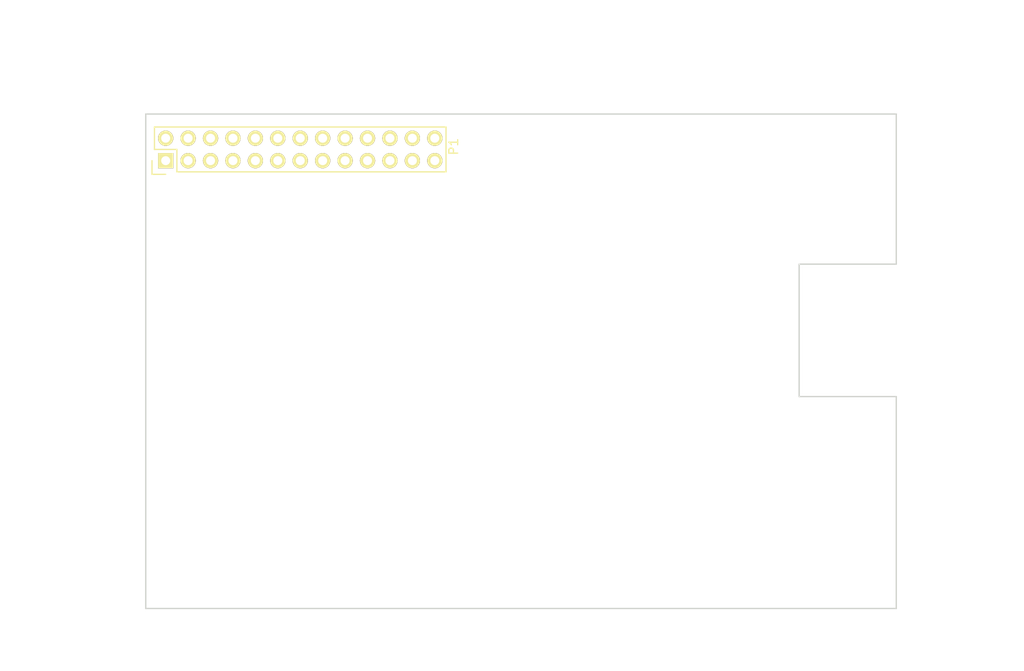
<source format=kicad_pcb>
(kicad_pcb (version 20221018) (generator pcbnew)
  (title_block (date "15 nov 2012"))
  (layers (0 "F.Cu" signal) (31 "B.Cu" signal) (34 "B.Paste" user) (35 "F.Paste" user) (36 "B.SilkS" user "B.Silkscreen") (37 "F.SilkS" user "F.Silkscreen") (38 "B.Mask" user) (39 "F.Mask" user) (44 "Edge.Cuts" user))
  (net 0 "")
  (net 1 "+5V")
  (net 2 "GND")
  (net 3 "+3V3")
  (net 4 "/GPIO0(SDA)")
  (net 5 "Net-(P1-Pad4)")
  (net 6 "/GPIO1(SCL)")
  (net 7 "/GPIO4")
  (net 8 "/TXD")
  (net 9 "Net-(P1-Pad9)")
  (net 10 "/RXD")
  (net 11 "/GPIO17")
  (net 12 "/GPIO18")
  (net 13 "/GPIO21")
  (net 14 "Net-(P1-Pad14)")
  (net 15 "/GPIO22")
  (net 16 "/GPIO23")
  (net 17 "Net-(P1-Pad17)")
  (net 18 "/GPIO24")
  (net 19 "/GPIO10(MOSI)")
  (net 20 "Net-(P1-Pad20)")
  (net 21 "/GPIO9(MISO)")
  (net 22 "/GPIO25")
  (net 23 "/GPIO11(SCLK)")
  (net 24 "/GPIO8(CE0)")
  (net 25 "Net-(P1-Pad25)")
  (net 26 "/GPIO7(CE1)")
  (footprint "Pin_Headers:Pin_Header_Straight_2x13" (layer "F.Cu") (at 145.75536 130.27914 90)
    (fp_text reference "P1" (at 1.5875 32.6136 90) (layer "F.SilkS"))
    (fp_text value "CONN_13X2")
    (fp_line (start -1.55 -1.55) (end -1.55 0) (stroke (width 0.15)) (layer "F.SilkS"))
    (fp_line (start -1.27 1.27) (end -1.27 31.75) (stroke (width 0.15)) (layer "F.SilkS"))
    (fp_line (start 0 -1.55) (end -1.55 -1.55) (stroke (width 0.15)) (layer "F.SilkS"))
    (fp_line (start 1.27 -1.27) (end 1.27 1.27) (stroke (width 0.15)) (layer "F.SilkS"))
    (fp_line (start 1.27 1.27) (end -1.27 1.27) (stroke (width 0.15)) (layer "F.SilkS"))
    (fp_line (start 3.81 -1.27) (end 1.27 -1.27) (stroke (width 0.15)) (layer "F.SilkS"))
    (fp_line (start 3.81 -1.27) (end 3.81 31.75) (stroke (width 0.15)) (layer "F.SilkS"))
    (fp_line (start 3.81 31.75) (end -1.27 31.75) (stroke (width 0.15)) (layer "F.SilkS"))
    (pad "1" thru_hole rect locked (at 0 0 90) (size 1.7272 1.7272) (drill 1.016) (layers "*.Cu" "*.Mask" "F.SilkS") (net 3 "+3V3"))
    (pad "2" thru_hole oval locked (at 2.54 0 90) (size 1.7272 1.7272) (drill 1.016) (layers "*.Cu" "*.Mask" "F.SilkS") (net 1 "+5V"))
    (pad "3" thru_hole oval locked (at 0 2.54 90) (size 1.7272 1.7272) (drill 1.016) (layers "*.Cu" "*.Mask" "F.SilkS") (net 4 "/GPIO0(SDA)"))
    (pad "4" thru_hole oval locked (at 2.54 2.54 90) (size 1.7272 1.7272) (drill 1.016) (layers "*.Cu" "*.Mask" "F.SilkS") (net 5 "Net-(P1-Pad4)"))
    (pad "5" thru_hole oval locked (at 0 5.08 90) (size 1.7272 1.7272) (drill 1.016) (layers "*.Cu" "*.Mask" "F.SilkS") (net 6 "/GPIO1(SCL)"))
    (pad "6" thru_hole oval locked (at 2.54 5.08 90) (size 1.7272 1.7272) (drill 1.016) (layers "*.Cu" "*.Mask" "F.SilkS") (net 2 "GND"))
    (pad "7" thru_hole oval locked (at 0 7.62 90) (size 1.7272 1.7272) (drill 1.016) (layers "*.Cu" "*.Mask" "F.SilkS") (net 7 "/GPIO4"))
    (pad "8" thru_hole oval locked (at 2.54 7.62 90) (size 1.7272 1.7272) (drill 1.016) (layers "*.Cu" "*.Mask" "F.SilkS") (net 8 "/TXD"))
    (pad "9" thru_hole oval locked (at 0 10.16 90) (size 1.7272 1.7272) (drill 1.016) (layers "*.Cu" "*.Mask" "F.SilkS") (net 9 "Net-(P1-Pad9)"))
    (pad "10" thru_hole oval locked (at 2.54 10.16 90) (size 1.7272 1.7272) (drill 1.016) (layers "*.Cu" "*.Mask" "F.SilkS") (net 10 "/RXD"))
    (pad "11" thru_hole oval locked (at 0 12.7 90) (size 1.7272 1.7272) (drill 1.016) (layers "*.Cu" "*.Mask" "F.SilkS") (net 11 "/GPIO17"))
    (pad "12" thru_hole oval locked (at 2.54 12.7 90) (size 1.7272 1.7272) (drill 1.016) (layers "*.Cu" "*.Mask" "F.SilkS") (net 12 "/GPIO18"))
    (pad "13" thru_hole oval locked (at 0 15.24 90) (size 1.7272 1.7272) (drill 1.016) (layers "*.Cu" "*.Mask" "F.SilkS") (net 13 "/GPIO21"))
    (pad "14" thru_hole oval locked (at 2.54 15.24 90) (size 1.7272 1.7272) (drill 1.016) (layers "*.Cu" "*.Mask" "F.SilkS") (net 14 "Net-(P1-Pad14)"))
    (pad "15" thru_hole oval locked (at 0 17.78 90) (size 1.7272 1.7272) (drill 1.016) (layers "*.Cu" "*.Mask" "F.SilkS") (net 15 "/GPIO22"))
    (pad "16" thru_hole oval locked (at 2.54 17.78 90) (size 1.7272 1.7272) (drill 1.016) (layers "*.Cu" "*.Mask" "F.SilkS") (net 16 "/GPIO23"))
    (pad "17" thru_hole oval locked (at 0 20.32 90) (size 1.7272 1.7272) (drill 1.016) (layers "*.Cu" "*.Mask" "F.SilkS") (net 17 "Net-(P1-Pad17)"))
    (pad "18" thru_hole oval locked (at 2.54 20.32 90) (size 1.7272 1.7272) (drill 1.016) (layers "*.Cu" "*.Mask" "F.SilkS") (net 18 "/GPIO24"))
    (pad "19" thru_hole oval locked (at 0 22.86 90) (size 1.7272 1.7272) (drill 1.016) (layers "*.Cu" "*.Mask" "F.SilkS") (net 19 "/GPIO10(MOSI)"))
    (pad "20" thru_hole oval locked (at 2.54 22.86 90) (size 1.7272 1.7272) (drill 1.016) (layers "*.Cu" "*.Mask" "F.SilkS") (net 20 "Net-(P1-Pad20)"))
    (pad "21" thru_hole oval locked (at 0 25.4 90) (size 1.7272 1.7272) (drill 1.016) (layers "*.Cu" "*.Mask" "F.SilkS") (net 21 "/GPIO9(MISO)"))
    (pad "22" thru_hole oval locked (at 2.54 25.4 90) (size 1.7272 1.7272) (drill 1.016) (layers "*.Cu" "*.Mask" "F.SilkS") (net 22 "/GPIO25"))
    (pad "23" thru_hole oval locked (at 0 27.94 90) (size 1.7272 1.7272) (drill 1.016) (layers "*.Cu" "*.Mask" "F.SilkS") (net 23 "/GPIO11(SCLK)"))
    (pad "24" thru_hole oval locked (at 2.54 27.94 90) (size 1.7272 1.7272) (drill 1.016) (layers "*.Cu" "*.Mask" "F.SilkS") (net 24 "/GPIO8(CE0)"))
    (pad "25" thru_hole oval locked (at 0 30.48 90) (size 1.7272 1.7272) (drill 1.016) (layers "*.Cu" "*.Mask" "F.SilkS") (net 25 "Net-(P1-Pad25)"))
    (pad "26" thru_hole oval locked (at 2.54 30.48 90) (size 1.7272 1.7272) (drill 1.016) (layers "*.Cu" "*.Mask" "F.SilkS") (net 26 "/GPIO7(CE1)"))
  )
  (gr_line (start 217.5 157) (end 217.5 142) (stroke (width 0.15)) (layer "Edge.Cuts"))
  (gr_line (start 228.5 157) (end 217.5 157) (stroke (width 0.15)) (layer "Edge.Cuts"))
  (gr_line (start 228.5 142) (end 228.5 125) (stroke (width 0.15)) (layer "Edge.Cuts"))
  (gr_line (start 143.5 181) (end 228.5 181) (stroke (width 0.15)) (layer "Edge.Cuts"))
  (gr_line (start 228.5 125) (end 143.5 125) (stroke (width 0.15)) (layer "Edge.Cuts"))
  (gr_line (start 217.5 142) (end 228.5 142) (stroke (width 0.15)) (layer "Edge.Cuts"))
  (gr_line (start 228.5 181) (end 228.5 157) (stroke (width 0.15)) (layer "Edge.Cuts"))
  (gr_line (start 143.5 125) (end 143.5 181) (stroke (width 0.15)) (layer "Edge.Cuts"))
)
</source>
